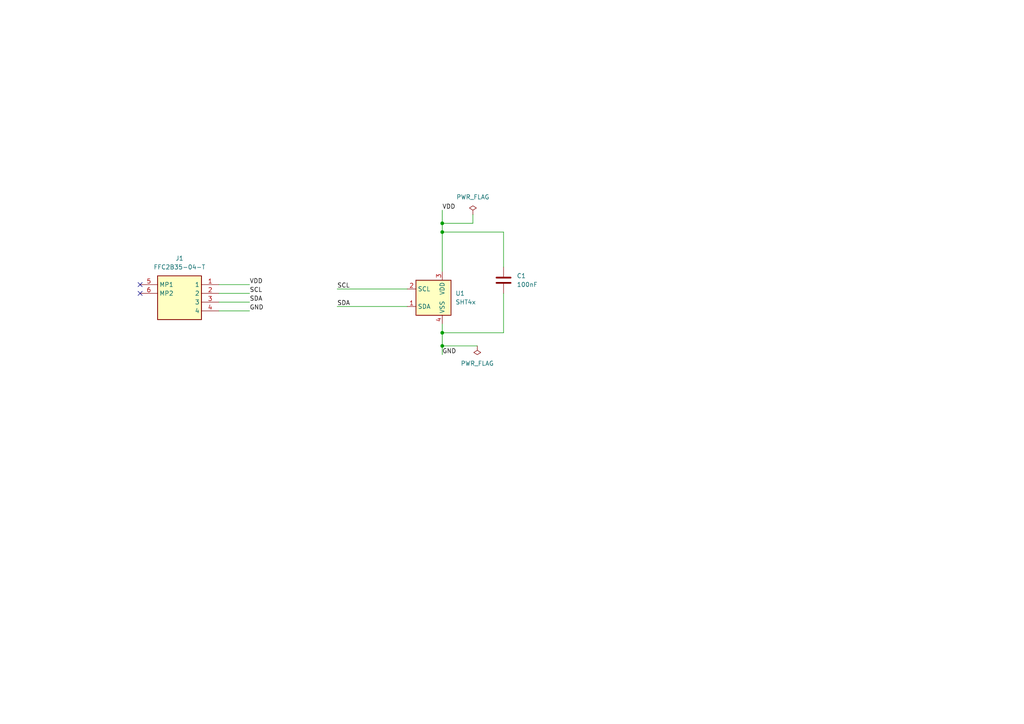
<source format=kicad_sch>
(kicad_sch
	(version 20231120)
	(generator "eeschema")
	(generator_version "8.0")
	(uuid "77dc5031-d615-4836-b2f6-0503ba399228")
	(paper "A4")
	(lib_symbols
		(symbol "Device:C"
			(pin_numbers hide)
			(pin_names
				(offset 0.254)
			)
			(exclude_from_sim no)
			(in_bom yes)
			(on_board yes)
			(property "Reference" "C"
				(at 0.635 2.54 0)
				(effects
					(font
						(size 1.27 1.27)
					)
					(justify left)
				)
			)
			(property "Value" "C"
				(at 0.635 -2.54 0)
				(effects
					(font
						(size 1.27 1.27)
					)
					(justify left)
				)
			)
			(property "Footprint" ""
				(at 0.9652 -3.81 0)
				(effects
					(font
						(size 1.27 1.27)
					)
					(hide yes)
				)
			)
			(property "Datasheet" "~"
				(at 0 0 0)
				(effects
					(font
						(size 1.27 1.27)
					)
					(hide yes)
				)
			)
			(property "Description" "Unpolarized capacitor"
				(at 0 0 0)
				(effects
					(font
						(size 1.27 1.27)
					)
					(hide yes)
				)
			)
			(property "ki_keywords" "cap capacitor"
				(at 0 0 0)
				(effects
					(font
						(size 1.27 1.27)
					)
					(hide yes)
				)
			)
			(property "ki_fp_filters" "C_*"
				(at 0 0 0)
				(effects
					(font
						(size 1.27 1.27)
					)
					(hide yes)
				)
			)
			(symbol "C_0_1"
				(polyline
					(pts
						(xy -2.032 -0.762) (xy 2.032 -0.762)
					)
					(stroke
						(width 0.508)
						(type default)
					)
					(fill
						(type none)
					)
				)
				(polyline
					(pts
						(xy -2.032 0.762) (xy 2.032 0.762)
					)
					(stroke
						(width 0.508)
						(type default)
					)
					(fill
						(type none)
					)
				)
			)
			(symbol "C_1_1"
				(pin passive line
					(at 0 3.81 270)
					(length 2.794)
					(name "~"
						(effects
							(font
								(size 1.27 1.27)
							)
						)
					)
					(number "1"
						(effects
							(font
								(size 1.27 1.27)
							)
						)
					)
				)
				(pin passive line
					(at 0 -3.81 90)
					(length 2.794)
					(name "~"
						(effects
							(font
								(size 1.27 1.27)
							)
						)
					)
					(number "2"
						(effects
							(font
								(size 1.27 1.27)
							)
						)
					)
				)
			)
		)
		(symbol "FFC2B35-04-T:FFC2B35-04-T"
			(exclude_from_sim no)
			(in_bom yes)
			(on_board yes)
			(property "Reference" "J"
				(at 19.05 7.62 0)
				(effects
					(font
						(size 1.27 1.27)
					)
					(justify left top)
				)
			)
			(property "Value" "FFC2B35-04-T"
				(at 19.05 5.08 0)
				(effects
					(font
						(size 1.27 1.27)
					)
					(justify left top)
				)
			)
			(property "Footprint" "FFC2B3504T"
				(at 19.05 -94.92 0)
				(effects
					(font
						(size 1.27 1.27)
					)
					(justify left top)
					(hide yes)
				)
			)
			(property "Datasheet" "https://gct.co/files/drawings/ffc2b35.pdf?v=f4722156-e8ea-43ef-a9d0-8ab3faab610b"
				(at 19.05 -194.92 0)
				(effects
					(font
						(size 1.27 1.27)
					)
					(justify left top)
					(hide yes)
				)
			)
			(property "Description" "FFC & FPC Connectors .5mm SideEntry Flat Flex Cbl Conn 4P Sn"
				(at 0 0 0)
				(effects
					(font
						(size 1.27 1.27)
					)
					(hide yes)
				)
			)
			(property "Height" "2.2"
				(at 19.05 -394.92 0)
				(effects
					(font
						(size 1.27 1.27)
					)
					(justify left top)
					(hide yes)
				)
			)
			(property "Manufacturer_Name" "GCT (GLOBAL CONNECTOR TECHNOLOGY)"
				(at 19.05 -494.92 0)
				(effects
					(font
						(size 1.27 1.27)
					)
					(justify left top)
					(hide yes)
				)
			)
			(property "Manufacturer_Part_Number" "FFC2B35-04-T"
				(at 19.05 -594.92 0)
				(effects
					(font
						(size 1.27 1.27)
					)
					(justify left top)
					(hide yes)
				)
			)
			(property "Mouser Part Number" ""
				(at 19.05 -694.92 0)
				(effects
					(font
						(size 1.27 1.27)
					)
					(justify left top)
					(hide yes)
				)
			)
			(property "Mouser Price/Stock" ""
				(at 19.05 -794.92 0)
				(effects
					(font
						(size 1.27 1.27)
					)
					(justify left top)
					(hide yes)
				)
			)
			(property "Arrow Part Number" ""
				(at 19.05 -894.92 0)
				(effects
					(font
						(size 1.27 1.27)
					)
					(justify left top)
					(hide yes)
				)
			)
			(property "Arrow Price/Stock" ""
				(at 19.05 -994.92 0)
				(effects
					(font
						(size 1.27 1.27)
					)
					(justify left top)
					(hide yes)
				)
			)
			(symbol "FFC2B35-04-T_1_1"
				(rectangle
					(start 5.08 2.54)
					(end 17.78 -10.16)
					(stroke
						(width 0.254)
						(type default)
					)
					(fill
						(type background)
					)
				)
				(pin passive line
					(at 22.86 0 180)
					(length 5.08)
					(name "1"
						(effects
							(font
								(size 1.27 1.27)
							)
						)
					)
					(number "1"
						(effects
							(font
								(size 1.27 1.27)
							)
						)
					)
				)
				(pin passive line
					(at 22.86 -2.54 180)
					(length 5.08)
					(name "2"
						(effects
							(font
								(size 1.27 1.27)
							)
						)
					)
					(number "2"
						(effects
							(font
								(size 1.27 1.27)
							)
						)
					)
				)
				(pin passive line
					(at 22.86 -5.08 180)
					(length 5.08)
					(name "3"
						(effects
							(font
								(size 1.27 1.27)
							)
						)
					)
					(number "3"
						(effects
							(font
								(size 1.27 1.27)
							)
						)
					)
				)
				(pin passive line
					(at 22.86 -7.62 180)
					(length 5.08)
					(name "4"
						(effects
							(font
								(size 1.27 1.27)
							)
						)
					)
					(number "4"
						(effects
							(font
								(size 1.27 1.27)
							)
						)
					)
				)
				(pin passive line
					(at 0 0 0)
					(length 5.08)
					(name "MP1"
						(effects
							(font
								(size 1.27 1.27)
							)
						)
					)
					(number "5"
						(effects
							(font
								(size 1.27 1.27)
							)
						)
					)
				)
				(pin passive line
					(at 0 -2.54 0)
					(length 5.08)
					(name "MP2"
						(effects
							(font
								(size 1.27 1.27)
							)
						)
					)
					(number "6"
						(effects
							(font
								(size 1.27 1.27)
							)
						)
					)
				)
			)
		)
		(symbol "Sensor_Humidity:SHT4x"
			(exclude_from_sim no)
			(in_bom yes)
			(on_board yes)
			(property "Reference" "U"
				(at 0 8.89 0)
				(effects
					(font
						(size 1.27 1.27)
					)
					(justify right)
				)
			)
			(property "Value" "SHT4x"
				(at 0 6.35 0)
				(effects
					(font
						(size 1.27 1.27)
					)
					(justify right)
				)
			)
			(property "Footprint" "Sensor_Humidity:Sensirion_DFN-4_1.5x1.5mm_P0.8mm_SHT4x_NoCentralPad"
				(at 3.81 -6.35 0)
				(effects
					(font
						(size 1.27 1.27)
					)
					(justify left)
					(hide yes)
				)
			)
			(property "Datasheet" "https://sensirion.com/media/documents/33FD6951/624C4357/Datasheet_SHT4x.pdf"
				(at 3.81 -8.89 0)
				(effects
					(font
						(size 1.27 1.27)
					)
					(justify left)
					(hide yes)
				)
			)
			(property "Description" "Digital Humidity and Temperature Sensor, +/-1%RH, +/-0.1degC, I2C, 1.08-3.6V, 16bit, DFN-4"
				(at 0 0 0)
				(effects
					(font
						(size 1.27 1.27)
					)
					(hide yes)
				)
			)
			(property "ki_keywords" "Sensirion environment environmental measurement digital SHT40 SHT41 SHT45"
				(at 0 0 0)
				(effects
					(font
						(size 1.27 1.27)
					)
					(hide yes)
				)
			)
			(property "ki_fp_filters" "Sensirion?DFN*1.5x1.5mm*P0.8mm*SHT4x*"
				(at 0 0 0)
				(effects
					(font
						(size 1.27 1.27)
					)
					(hide yes)
				)
			)
			(symbol "SHT4x_1_1"
				(rectangle
					(start -5.08 5.08)
					(end 5.08 -5.08)
					(stroke
						(width 0.254)
						(type default)
					)
					(fill
						(type background)
					)
				)
				(pin bidirectional line
					(at -7.62 -2.54 0)
					(length 2.54)
					(name "SDA"
						(effects
							(font
								(size 1.27 1.27)
							)
						)
					)
					(number "1"
						(effects
							(font
								(size 1.27 1.27)
							)
						)
					)
				)
				(pin input line
					(at -7.62 2.54 0)
					(length 2.54)
					(name "SCL"
						(effects
							(font
								(size 1.27 1.27)
							)
						)
					)
					(number "2"
						(effects
							(font
								(size 1.27 1.27)
							)
						)
					)
				)
				(pin power_in line
					(at 2.54 7.62 270)
					(length 2.54)
					(name "VDD"
						(effects
							(font
								(size 1.27 1.27)
							)
						)
					)
					(number "3"
						(effects
							(font
								(size 1.27 1.27)
							)
						)
					)
				)
				(pin power_in line
					(at 2.54 -7.62 90)
					(length 2.54)
					(name "VSS"
						(effects
							(font
								(size 1.27 1.27)
							)
						)
					)
					(number "4"
						(effects
							(font
								(size 1.27 1.27)
							)
						)
					)
				)
			)
		)
		(symbol "power:PWR_FLAG"
			(power)
			(pin_numbers hide)
			(pin_names
				(offset 0) hide)
			(exclude_from_sim no)
			(in_bom yes)
			(on_board yes)
			(property "Reference" "#FLG"
				(at 0 1.905 0)
				(effects
					(font
						(size 1.27 1.27)
					)
					(hide yes)
				)
			)
			(property "Value" "PWR_FLAG"
				(at 0 3.81 0)
				(effects
					(font
						(size 1.27 1.27)
					)
				)
			)
			(property "Footprint" ""
				(at 0 0 0)
				(effects
					(font
						(size 1.27 1.27)
					)
					(hide yes)
				)
			)
			(property "Datasheet" "~"
				(at 0 0 0)
				(effects
					(font
						(size 1.27 1.27)
					)
					(hide yes)
				)
			)
			(property "Description" "Special symbol for telling ERC where power comes from"
				(at 0 0 0)
				(effects
					(font
						(size 1.27 1.27)
					)
					(hide yes)
				)
			)
			(property "ki_keywords" "flag power"
				(at 0 0 0)
				(effects
					(font
						(size 1.27 1.27)
					)
					(hide yes)
				)
			)
			(symbol "PWR_FLAG_0_0"
				(pin power_out line
					(at 0 0 90)
					(length 0)
					(name "~"
						(effects
							(font
								(size 1.27 1.27)
							)
						)
					)
					(number "1"
						(effects
							(font
								(size 1.27 1.27)
							)
						)
					)
				)
			)
			(symbol "PWR_FLAG_0_1"
				(polyline
					(pts
						(xy 0 0) (xy 0 1.27) (xy -1.016 1.905) (xy 0 2.54) (xy 1.016 1.905) (xy 0 1.27)
					)
					(stroke
						(width 0)
						(type default)
					)
					(fill
						(type none)
					)
				)
			)
		)
	)
	(junction
		(at 128.27 100.33)
		(diameter 0)
		(color 0 0 0 0)
		(uuid "015a44f7-3b11-4644-b468-fdb64370abed")
	)
	(junction
		(at 128.27 96.52)
		(diameter 0)
		(color 0 0 0 0)
		(uuid "030aeb2e-42a8-4daa-8e1b-04376a730443")
	)
	(junction
		(at 128.27 67.31)
		(diameter 0)
		(color 0 0 0 0)
		(uuid "830b3746-7a07-464e-b088-3c396d9e51ba")
	)
	(junction
		(at 128.27 64.77)
		(diameter 0)
		(color 0 0 0 0)
		(uuid "c40aa3ca-a21e-4c27-a35a-992db4149101")
	)
	(no_connect
		(at 40.64 85.09)
		(uuid "65e1ca44-b773-489b-821f-054f0d0b7fe2")
	)
	(no_connect
		(at 40.64 82.55)
		(uuid "6c4a2d0b-b9d3-476b-96df-32dfc9aa9744")
	)
	(wire
		(pts
			(xy 137.16 62.23) (xy 137.16 64.77)
		)
		(stroke
			(width 0)
			(type default)
		)
		(uuid "08562f46-0554-4fc0-9f31-324823883e90")
	)
	(wire
		(pts
			(xy 137.16 64.77) (xy 128.27 64.77)
		)
		(stroke
			(width 0)
			(type default)
		)
		(uuid "15c5f465-5ce2-4dff-b7ec-2e2ebd2e47e7")
	)
	(wire
		(pts
			(xy 146.05 67.31) (xy 128.27 67.31)
		)
		(stroke
			(width 0)
			(type default)
		)
		(uuid "223dd6e4-4e14-4587-b30c-4ca26511fdd6")
	)
	(wire
		(pts
			(xy 128.27 100.33) (xy 138.43 100.33)
		)
		(stroke
			(width 0)
			(type default)
		)
		(uuid "3c1b3bcb-d46d-4633-b2bd-c4f758a86c8e")
	)
	(wire
		(pts
			(xy 63.5 85.09) (xy 72.39 85.09)
		)
		(stroke
			(width 0)
			(type default)
		)
		(uuid "3dbc0442-0446-485e-88f3-ac03985a9849")
	)
	(wire
		(pts
			(xy 128.27 64.77) (xy 128.27 67.31)
		)
		(stroke
			(width 0)
			(type default)
		)
		(uuid "539c9791-8724-45db-9930-6eafe2c42261")
	)
	(wire
		(pts
			(xy 146.05 77.47) (xy 146.05 67.31)
		)
		(stroke
			(width 0)
			(type default)
		)
		(uuid "62fb1d33-68a7-4d72-9cfc-2b0fed0ee022")
	)
	(wire
		(pts
			(xy 128.27 100.33) (xy 128.27 102.87)
		)
		(stroke
			(width 0)
			(type default)
		)
		(uuid "6351dd3f-480a-45a6-9692-2d259f392b18")
	)
	(wire
		(pts
			(xy 97.79 83.82) (xy 118.11 83.82)
		)
		(stroke
			(width 0)
			(type default)
		)
		(uuid "71ff003b-7ab1-4923-b080-dc019ab7e31c")
	)
	(wire
		(pts
			(xy 63.5 90.17) (xy 72.39 90.17)
		)
		(stroke
			(width 0)
			(type default)
		)
		(uuid "7efbe352-1cf1-4e3d-b180-e3d98516c643")
	)
	(wire
		(pts
			(xy 146.05 85.09) (xy 146.05 96.52)
		)
		(stroke
			(width 0)
			(type default)
		)
		(uuid "91bb3022-87ac-424a-81e8-e4e7e8f7cd44")
	)
	(wire
		(pts
			(xy 63.5 82.55) (xy 72.39 82.55)
		)
		(stroke
			(width 0)
			(type default)
		)
		(uuid "92dc8fb3-7e60-44bb-8dd4-154dbf912efd")
	)
	(wire
		(pts
			(xy 63.5 87.63) (xy 72.39 87.63)
		)
		(stroke
			(width 0)
			(type default)
		)
		(uuid "9346d00b-3103-481f-96db-2cf641f3110e")
	)
	(wire
		(pts
			(xy 128.27 96.52) (xy 128.27 100.33)
		)
		(stroke
			(width 0)
			(type default)
		)
		(uuid "acd16cf2-d37b-444c-98e3-2d1347d0ddfd")
	)
	(wire
		(pts
			(xy 128.27 67.31) (xy 128.27 78.74)
		)
		(stroke
			(width 0)
			(type default)
		)
		(uuid "ae0f90e2-0c08-4f29-9853-a4d4eafbed0d")
	)
	(wire
		(pts
			(xy 128.27 93.98) (xy 128.27 96.52)
		)
		(stroke
			(width 0)
			(type default)
		)
		(uuid "b5e9c88c-6712-4407-a7a4-78234706382b")
	)
	(wire
		(pts
			(xy 128.27 60.96) (xy 128.27 64.77)
		)
		(stroke
			(width 0)
			(type default)
		)
		(uuid "b6d3574d-f718-4864-88df-a6acb93682f2")
	)
	(wire
		(pts
			(xy 146.05 96.52) (xy 128.27 96.52)
		)
		(stroke
			(width 0)
			(type default)
		)
		(uuid "e7d15599-92d3-4b2d-8d37-39e0997fa9e3")
	)
	(wire
		(pts
			(xy 97.79 88.9) (xy 118.11 88.9)
		)
		(stroke
			(width 0)
			(type default)
		)
		(uuid "fb7d5d69-c979-4308-8338-a4c003127d7a")
	)
	(label "GND"
		(at 72.39 90.17 0)
		(fields_autoplaced yes)
		(effects
			(font
				(size 1.27 1.27)
			)
			(justify left bottom)
		)
		(uuid "0bf25a52-b050-46f5-880a-e74738268e5c")
	)
	(label "SDA"
		(at 72.39 87.63 0)
		(fields_autoplaced yes)
		(effects
			(font
				(size 1.27 1.27)
			)
			(justify left bottom)
		)
		(uuid "153ba525-7c08-4b6f-b98b-cfa1ba50cb35")
	)
	(label "SCL"
		(at 97.79 83.82 0)
		(fields_autoplaced yes)
		(effects
			(font
				(size 1.27 1.27)
			)
			(justify left bottom)
		)
		(uuid "1b4600bb-94d8-4007-bec8-25b1c7c3b4f9")
	)
	(label "VDD"
		(at 72.39 82.55 0)
		(fields_autoplaced yes)
		(effects
			(font
				(size 1.27 1.27)
			)
			(justify left bottom)
		)
		(uuid "6f1fbe8c-102e-4d3f-b050-6baafa5166fc")
	)
	(label "VDD"
		(at 128.27 60.96 0)
		(fields_autoplaced yes)
		(effects
			(font
				(size 1.27 1.27)
			)
			(justify left bottom)
		)
		(uuid "94e1c022-4b97-47e1-8d47-51e508134af4")
	)
	(label "GND"
		(at 128.27 102.87 0)
		(fields_autoplaced yes)
		(effects
			(font
				(size 1.27 1.27)
			)
			(justify left bottom)
		)
		(uuid "aeed3e99-36e1-4daa-8e3c-abc01320d9c6")
	)
	(label "SDA"
		(at 97.79 88.9 0)
		(fields_autoplaced yes)
		(effects
			(font
				(size 1.27 1.27)
			)
			(justify left bottom)
		)
		(uuid "bde9ba98-f4bd-461e-b55e-d4769a2e027f")
	)
	(label "SCL"
		(at 72.39 85.09 0)
		(fields_autoplaced yes)
		(effects
			(font
				(size 1.27 1.27)
			)
			(justify left bottom)
		)
		(uuid "f639cf5b-f5bd-4cbf-b931-32f3e39f4016")
	)
	(symbol
		(lib_id "Device:C")
		(at 146.05 81.28 0)
		(unit 1)
		(exclude_from_sim no)
		(in_bom yes)
		(on_board yes)
		(dnp no)
		(fields_autoplaced yes)
		(uuid "30dafb14-2e6c-446d-863b-cec0dc86ca1b")
		(property "Reference" "C1"
			(at 149.86 80.0099 0)
			(effects
				(font
					(size 1.27 1.27)
				)
				(justify left)
			)
		)
		(property "Value" "100nF"
			(at 149.86 82.5499 0)
			(effects
				(font
					(size 1.27 1.27)
				)
				(justify left)
			)
		)
		(property "Footprint" "Capacitor_SMD:C_0201_0603Metric"
			(at 147.0152 85.09 0)
			(effects
				(font
					(size 1.27 1.27)
				)
				(hide yes)
			)
		)
		(property "Datasheet" "~"
			(at 146.05 81.28 0)
			(effects
				(font
					(size 1.27 1.27)
				)
				(hide yes)
			)
		)
		(property "Description" "Unpolarized capacitor"
			(at 146.05 81.28 0)
			(effects
				(font
					(size 1.27 1.27)
				)
				(hide yes)
			)
		)
		(pin "1"
			(uuid "2906edfa-3316-4f1c-ba03-811dd1e43e39")
		)
		(pin "2"
			(uuid "b96582a8-ff23-453c-a2c5-04dbaf6f5165")
		)
		(instances
			(project ""
				(path "/77dc5031-d615-4836-b2f6-0503ba399228"
					(reference "C1")
					(unit 1)
				)
			)
		)
	)
	(symbol
		(lib_id "Sensor_Humidity:SHT4x")
		(at 125.73 86.36 0)
		(unit 1)
		(exclude_from_sim no)
		(in_bom yes)
		(on_board yes)
		(dnp no)
		(fields_autoplaced yes)
		(uuid "597ae700-3a11-43b4-af0f-19c324e06170")
		(property "Reference" "U1"
			(at 132.08 85.0899 0)
			(effects
				(font
					(size 1.27 1.27)
				)
				(justify left)
			)
		)
		(property "Value" "SHT4x"
			(at 132.08 87.6299 0)
			(effects
				(font
					(size 1.27 1.27)
				)
				(justify left)
			)
		)
		(property "Footprint" "Sensor_Humidity:Sensirion_DFN-4_1.5x1.5mm_P0.8mm_SHT4x_NoCentralPad"
			(at 129.54 92.71 0)
			(effects
				(font
					(size 1.27 1.27)
				)
				(justify left)
				(hide yes)
			)
		)
		(property "Datasheet" "https://sensirion.com/media/documents/33FD6951/624C4357/Datasheet_SHT4x.pdf"
			(at 129.54 95.25 0)
			(effects
				(font
					(size 1.27 1.27)
				)
				(justify left)
				(hide yes)
			)
		)
		(property "Description" "Digital Humidity and Temperature Sensor, +/-1%RH, +/-0.1degC, I2C, 1.08-3.6V, 16bit, DFN-4"
			(at 125.73 86.36 0)
			(effects
				(font
					(size 1.27 1.27)
				)
				(hide yes)
			)
		)
		(pin "3"
			(uuid "4267f5f0-29a3-46f9-9ef3-4e3e9ce3d7f5")
		)
		(pin "2"
			(uuid "ce87ee5e-de8f-4dc1-a215-9df75d195dfa")
		)
		(pin "4"
			(uuid "a8bf28a3-6ae7-4e46-af4f-6e3619f31c74")
		)
		(pin "1"
			(uuid "2bbe8da0-8405-4b16-a951-fe9c16eed2f1")
		)
		(instances
			(project ""
				(path "/77dc5031-d615-4836-b2f6-0503ba399228"
					(reference "U1")
					(unit 1)
				)
			)
		)
	)
	(symbol
		(lib_id "power:PWR_FLAG")
		(at 137.16 62.23 0)
		(unit 1)
		(exclude_from_sim no)
		(in_bom yes)
		(on_board yes)
		(dnp no)
		(fields_autoplaced yes)
		(uuid "5b931fc6-f057-46d4-9fd0-53c5d1dc1af2")
		(property "Reference" "#FLG01"
			(at 137.16 60.325 0)
			(effects
				(font
					(size 1.27 1.27)
				)
				(hide yes)
			)
		)
		(property "Value" "PWR_FLAG"
			(at 137.16 57.15 0)
			(effects
				(font
					(size 1.27 1.27)
				)
			)
		)
		(property "Footprint" ""
			(at 137.16 62.23 0)
			(effects
				(font
					(size 1.27 1.27)
				)
				(hide yes)
			)
		)
		(property "Datasheet" "~"
			(at 137.16 62.23 0)
			(effects
				(font
					(size 1.27 1.27)
				)
				(hide yes)
			)
		)
		(property "Description" "Special symbol for telling ERC where power comes from"
			(at 137.16 62.23 0)
			(effects
				(font
					(size 1.27 1.27)
				)
				(hide yes)
			)
		)
		(pin "1"
			(uuid "a124cb90-813c-4851-a432-4aaaba41876f")
		)
		(instances
			(project ""
				(path "/77dc5031-d615-4836-b2f6-0503ba399228"
					(reference "#FLG01")
					(unit 1)
				)
			)
		)
	)
	(symbol
		(lib_id "power:PWR_FLAG")
		(at 138.43 100.33 180)
		(unit 1)
		(exclude_from_sim no)
		(in_bom yes)
		(on_board yes)
		(dnp no)
		(fields_autoplaced yes)
		(uuid "5f6da395-8146-4f3f-909a-6480d36a516c")
		(property "Reference" "#FLG02"
			(at 138.43 102.235 0)
			(effects
				(font
					(size 1.27 1.27)
				)
				(hide yes)
			)
		)
		(property "Value" "PWR_FLAG"
			(at 138.43 105.41 0)
			(effects
				(font
					(size 1.27 1.27)
				)
			)
		)
		(property "Footprint" ""
			(at 138.43 100.33 0)
			(effects
				(font
					(size 1.27 1.27)
				)
				(hide yes)
			)
		)
		(property "Datasheet" "~"
			(at 138.43 100.33 0)
			(effects
				(font
					(size 1.27 1.27)
				)
				(hide yes)
			)
		)
		(property "Description" "Special symbol for telling ERC where power comes from"
			(at 138.43 100.33 0)
			(effects
				(font
					(size 1.27 1.27)
				)
				(hide yes)
			)
		)
		(pin "1"
			(uuid "f6d03665-2ca2-446d-a2a6-1f59eb995ecf")
		)
		(instances
			(project "TheMoon"
				(path "/77dc5031-d615-4836-b2f6-0503ba399228"
					(reference "#FLG02")
					(unit 1)
				)
			)
		)
	)
	(symbol
		(lib_id "FFC2B35-04-T:FFC2B35-04-T")
		(at 40.64 82.55 0)
		(unit 1)
		(exclude_from_sim no)
		(in_bom yes)
		(on_board yes)
		(dnp no)
		(fields_autoplaced yes)
		(uuid "bee0c8e9-5b18-405e-9a18-8f1614b6807f")
		(property "Reference" "J1"
			(at 52.07 74.93 0)
			(effects
				(font
					(size 1.27 1.27)
				)
			)
		)
		(property "Value" "FFC2B35-04-T"
			(at 52.07 77.47 0)
			(effects
				(font
					(size 1.27 1.27)
				)
			)
		)
		(property "Footprint" "KiCad:FFC2B3504T"
			(at 59.69 177.47 0)
			(effects
				(font
					(size 1.27 1.27)
				)
				(justify left top)
				(hide yes)
			)
		)
		(property "Datasheet" "https://gct.co/files/drawings/ffc2b35.pdf?v=f4722156-e8ea-43ef-a9d0-8ab3faab610b"
			(at 59.69 277.47 0)
			(effects
				(font
					(size 1.27 1.27)
				)
				(justify left top)
				(hide yes)
			)
		)
		(property "Description" "FFC & FPC Connectors .5mm SideEntry Flat Flex Cbl Conn 4P Sn"
			(at 40.64 82.55 0)
			(effects
				(font
					(size 1.27 1.27)
				)
				(hide yes)
			)
		)
		(property "Height" "2.2"
			(at 59.69 477.47 0)
			(effects
				(font
					(size 1.27 1.27)
				)
				(justify left top)
				(hide yes)
			)
		)
		(property "Manufacturer_Name" "GCT (GLOBAL CONNECTOR TECHNOLOGY)"
			(at 59.69 577.47 0)
			(effects
				(font
					(size 1.27 1.27)
				)
				(justify left top)
				(hide yes)
			)
		)
		(property "Manufacturer_Part_Number" "FFC2B35-04-T"
			(at 59.69 677.47 0)
			(effects
				(font
					(size 1.27 1.27)
				)
				(justify left top)
				(hide yes)
			)
		)
		(property "Mouser Part Number" ""
			(at 59.69 777.47 0)
			(effects
				(font
					(size 1.27 1.27)
				)
				(justify left top)
				(hide yes)
			)
		)
		(property "Mouser Price/Stock" ""
			(at 59.69 877.47 0)
			(effects
				(font
					(size 1.27 1.27)
				)
				(justify left top)
				(hide yes)
			)
		)
		(property "Arrow Part Number" ""
			(at 59.69 977.47 0)
			(effects
				(font
					(size 1.27 1.27)
				)
				(justify left top)
				(hide yes)
			)
		)
		(property "Arrow Price/Stock" ""
			(at 59.69 1077.47 0)
			(effects
				(font
					(size 1.27 1.27)
				)
				(justify left top)
				(hide yes)
			)
		)
		(pin "1"
			(uuid "017e1e68-ebb1-444d-a96c-468e73a33213")
		)
		(pin "5"
			(uuid "af212a61-7bce-4508-94be-51b61c13ede4")
		)
		(pin "3"
			(uuid "cd134de6-1411-43aa-97b8-cca0f84aaef8")
		)
		(pin "4"
			(uuid "1ccec138-2a8f-4067-9ad0-a16e751cf766")
		)
		(pin "6"
			(uuid "03cebc1c-67b8-4100-825b-add80a025280")
		)
		(pin "2"
			(uuid "09d13dd7-4ff5-4211-8f4f-9ffa9eefe0d2")
		)
		(instances
			(project ""
				(path "/77dc5031-d615-4836-b2f6-0503ba399228"
					(reference "J1")
					(unit 1)
				)
			)
		)
	)
	(sheet_instances
		(path "/"
			(page "1")
		)
	)
)

</source>
